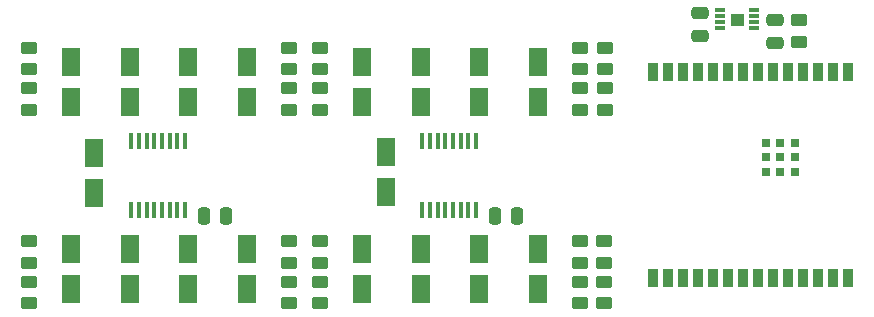
<source format=gbr>
%TF.GenerationSoftware,KiCad,Pcbnew,9.0.7*%
%TF.CreationDate,2026-01-03T19:20:16+01:00*%
%TF.ProjectId,PCB,5043422e-6b69-4636-9164-5f7063625858,rev?*%
%TF.SameCoordinates,Original*%
%TF.FileFunction,Paste,Top*%
%TF.FilePolarity,Positive*%
%FSLAX46Y46*%
G04 Gerber Fmt 4.6, Leading zero omitted, Abs format (unit mm)*
G04 Created by KiCad (PCBNEW 9.0.7) date 2026-01-03 19:20:16*
%MOMM*%
%LPD*%
G01*
G04 APERTURE LIST*
G04 Aperture macros list*
%AMRoundRect*
0 Rectangle with rounded corners*
0 $1 Rounding radius*
0 $2 $3 $4 $5 $6 $7 $8 $9 X,Y pos of 4 corners*
0 Add a 4 corners polygon primitive as box body*
4,1,4,$2,$3,$4,$5,$6,$7,$8,$9,$2,$3,0*
0 Add four circle primitives for the rounded corners*
1,1,$1+$1,$2,$3*
1,1,$1+$1,$4,$5*
1,1,$1+$1,$6,$7*
1,1,$1+$1,$8,$9*
0 Add four rect primitives between the rounded corners*
20,1,$1+$1,$2,$3,$4,$5,0*
20,1,$1+$1,$4,$5,$6,$7,0*
20,1,$1+$1,$6,$7,$8,$9,0*
20,1,$1+$1,$8,$9,$2,$3,0*%
G04 Aperture macros list end*
%ADD10C,0.010000*%
%ADD11RoundRect,0.197500X-0.592500X1.002500X-0.592500X-1.002500X0.592500X-1.002500X0.592500X1.002500X0*%
%ADD12RoundRect,0.197500X0.592500X-1.002500X0.592500X1.002500X-0.592500X1.002500X-0.592500X-1.002500X0*%
%ADD13RoundRect,0.250000X0.250000X0.475000X-0.250000X0.475000X-0.250000X-0.475000X0.250000X-0.475000X0*%
%ADD14RoundRect,0.250000X-0.450000X0.262500X-0.450000X-0.262500X0.450000X-0.262500X0.450000X0.262500X0*%
%ADD15R,0.450000X1.475000*%
%ADD16RoundRect,0.250000X0.450000X-0.262500X0.450000X0.262500X-0.450000X0.262500X-0.450000X-0.262500X0*%
%ADD17R,0.900000X1.500000*%
%ADD18R,0.800000X0.800000*%
%ADD19RoundRect,0.250000X0.475000X-0.250000X0.475000X0.250000X-0.475000X0.250000X-0.475000X-0.250000X0*%
%ADD20RoundRect,0.032500X-0.387500X-0.097500X0.387500X-0.097500X0.387500X0.097500X-0.387500X0.097500X0*%
G04 APERTURE END LIST*
D10*
%TO.C,U2*%
X155731587Y-67157247D02*
X154656413Y-67157247D01*
X154656413Y-66192753D01*
X155731587Y-66192753D01*
X155731587Y-67157247D01*
G36*
X155731587Y-67157247D02*
G01*
X154656413Y-67157247D01*
X154656413Y-66192753D01*
X155731587Y-66192753D01*
X155731587Y-67157247D01*
G37*
%TD*%
D11*
%TO.C,C17*%
X113665000Y-86106000D03*
X113665000Y-89496000D03*
%TD*%
D12*
%TO.C,C3*%
X128397000Y-73648000D03*
X128397000Y-70258000D03*
%TD*%
%TO.C,C14*%
X103759000Y-73648000D03*
X103759000Y-70258000D03*
%TD*%
D13*
%TO.C,C16*%
X111948000Y-83312000D03*
X110048000Y-83312000D03*
%TD*%
D14*
%TO.C,R9*%
X119888000Y-88876500D03*
X119888000Y-90701500D03*
%TD*%
D15*
%TO.C,IC1*%
X133085000Y-76945000D03*
X132435000Y-76945000D03*
X131785000Y-76945000D03*
X131135000Y-76945000D03*
X130485000Y-76945000D03*
X129835000Y-76945000D03*
X129185000Y-76945000D03*
X128535000Y-76945000D03*
X128535000Y-82821000D03*
X129185000Y-82821000D03*
X129835000Y-82821000D03*
X130485000Y-82821000D03*
X131135000Y-82821000D03*
X131785000Y-82821000D03*
X132435000Y-82821000D03*
X133085000Y-82821000D03*
%TD*%
D14*
%TO.C,R3*%
X141859000Y-72517000D03*
X141859000Y-74342000D03*
%TD*%
D16*
%TO.C,R19*%
X160401000Y-68580000D03*
X160401000Y-66755000D03*
%TD*%
D12*
%TO.C,C13*%
X113665000Y-73660000D03*
X113665000Y-70270000D03*
%TD*%
D14*
%TO.C,R10*%
X119888000Y-85447500D03*
X119888000Y-87272500D03*
%TD*%
D11*
%TO.C,C15*%
X100711000Y-77973000D03*
X100711000Y-81363000D03*
%TD*%
D14*
%TO.C,R7*%
X141859000Y-85447500D03*
X141859000Y-87272500D03*
%TD*%
%TO.C,R8*%
X141859000Y-88876500D03*
X141859000Y-90701500D03*
%TD*%
%TO.C,R17*%
X95250000Y-88900000D03*
X95250000Y-90725000D03*
%TD*%
D11*
%TO.C,C18*%
X103759000Y-86106000D03*
X103759000Y-89496000D03*
%TD*%
%TO.C,C7*%
X128397000Y-86093000D03*
X128397000Y-89483000D03*
%TD*%
D14*
%TO.C,R20*%
X143891000Y-85446500D03*
X143891000Y-87271500D03*
%TD*%
%TO.C,R6*%
X119887000Y-72517000D03*
X119887000Y-74342000D03*
%TD*%
D11*
%TO.C,C8*%
X123444000Y-86111000D03*
X123444000Y-89501000D03*
%TD*%
D12*
%TO.C,C11*%
X108712000Y-73648000D03*
X108712000Y-70258000D03*
%TD*%
D14*
%TO.C,R15*%
X117221000Y-85447500D03*
X117221000Y-87272500D03*
%TD*%
%TO.C,R4*%
X141859000Y-69088000D03*
X141859000Y-70913000D03*
%TD*%
%TO.C,R2*%
X144018000Y-72493500D03*
X144018000Y-74318500D03*
%TD*%
D11*
%TO.C,C20*%
X98806000Y-86111000D03*
X98806000Y-89501000D03*
%TD*%
D14*
%TO.C,R5*%
X119888000Y-69088000D03*
X119888000Y-70913000D03*
%TD*%
D11*
%TO.C,C9*%
X125476000Y-77934000D03*
X125476000Y-81324000D03*
%TD*%
D14*
%TO.C,R16*%
X117221000Y-88876500D03*
X117221000Y-90701500D03*
%TD*%
D17*
%TO.C,U1*%
X164577000Y-71114000D03*
X163307000Y-71114000D03*
X162037000Y-71114000D03*
X160767000Y-71114000D03*
X159497000Y-71114000D03*
X158227000Y-71114000D03*
X156957000Y-71114000D03*
X155687000Y-71114000D03*
X154417000Y-71114000D03*
X153147000Y-71114000D03*
X151877000Y-71114000D03*
X150607000Y-71114000D03*
X149337000Y-71114000D03*
X148067000Y-71114000D03*
X148067000Y-88614000D03*
X149337000Y-88614000D03*
X150607000Y-88614000D03*
X151877000Y-88614000D03*
X153147000Y-88614000D03*
X154417000Y-88614000D03*
X155687000Y-88614000D03*
X156957000Y-88614000D03*
X158227000Y-88614000D03*
X159497000Y-88614000D03*
X160767000Y-88614000D03*
X162037000Y-88614000D03*
X163307000Y-88614000D03*
X164577000Y-88614000D03*
D18*
X160107000Y-77109000D03*
X160107000Y-78359000D03*
X160107000Y-79609000D03*
X158857000Y-77109000D03*
X158857000Y-78359000D03*
X158857000Y-79609000D03*
X157607000Y-77109000D03*
X157607000Y-78359000D03*
X157607000Y-79609000D03*
%TD*%
D19*
%TO.C,C21*%
X152019000Y-68067000D03*
X152019000Y-66167000D03*
%TD*%
D15*
%TO.C,IC2*%
X108447000Y-76945000D03*
X107797000Y-76945000D03*
X107147000Y-76945000D03*
X106497000Y-76945000D03*
X105847000Y-76945000D03*
X105197000Y-76945000D03*
X104547000Y-76945000D03*
X103897000Y-76945000D03*
X103897000Y-82821000D03*
X104547000Y-82821000D03*
X105197000Y-82821000D03*
X105847000Y-82821000D03*
X106497000Y-82821000D03*
X107147000Y-82821000D03*
X107797000Y-82821000D03*
X108447000Y-82821000D03*
%TD*%
D14*
%TO.C,R12*%
X117221000Y-69088000D03*
X117221000Y-70913000D03*
%TD*%
%TO.C,R18*%
X95250000Y-85471000D03*
X95250000Y-87296000D03*
%TD*%
%TO.C,R13*%
X95250000Y-69088000D03*
X95250000Y-70913000D03*
%TD*%
D12*
%TO.C,C12*%
X98806000Y-73660000D03*
X98806000Y-70270000D03*
%TD*%
D20*
%TO.C,U2*%
X153759000Y-65925000D03*
X153759000Y-66425000D03*
X153759000Y-66925000D03*
X153759000Y-67425000D03*
X156629000Y-67425000D03*
X156629000Y-66925000D03*
X156629000Y-66425000D03*
X156629000Y-65925000D03*
%TD*%
D11*
%TO.C,C19*%
X108712000Y-86106000D03*
X108712000Y-89496000D03*
%TD*%
D14*
%TO.C,R1*%
X144018000Y-69064500D03*
X144018000Y-70889500D03*
%TD*%
%TO.C,R21*%
X143891000Y-88877500D03*
X143891000Y-90702500D03*
%TD*%
D12*
%TO.C,C4*%
X123444000Y-73660000D03*
X123444000Y-70270000D03*
%TD*%
D14*
%TO.C,R14*%
X95250000Y-72517000D03*
X95250000Y-74342000D03*
%TD*%
D12*
%TO.C,C2*%
X133350000Y-73648000D03*
X133350000Y-70258000D03*
%TD*%
D19*
%TO.C,C22*%
X158369000Y-68641000D03*
X158369000Y-66741000D03*
%TD*%
D14*
%TO.C,R11*%
X117221000Y-72517000D03*
X117221000Y-74342000D03*
%TD*%
D13*
%TO.C,C10*%
X136586000Y-83312000D03*
X134686000Y-83312000D03*
%TD*%
D11*
%TO.C,C6*%
X133350000Y-86093000D03*
X133350000Y-89483000D03*
%TD*%
%TO.C,C5*%
X138303000Y-86111000D03*
X138303000Y-89501000D03*
%TD*%
D12*
%TO.C,C1*%
X138303000Y-73660000D03*
X138303000Y-70270000D03*
%TD*%
M02*

</source>
